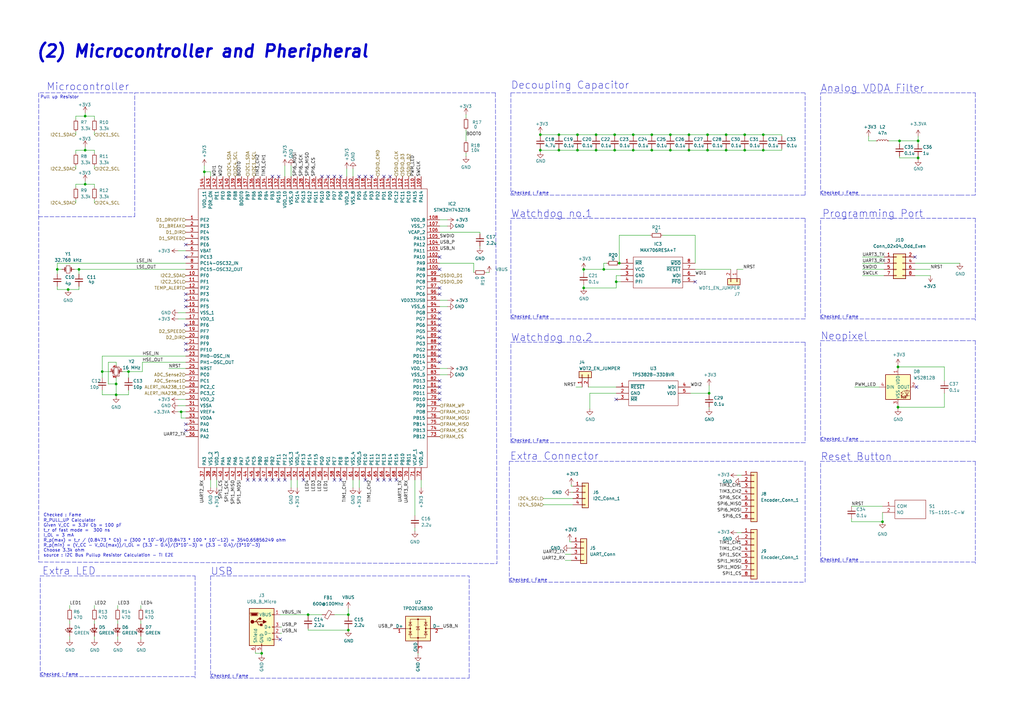
<source format=kicad_sch>
(kicad_sch (version 20211123) (generator eeschema)
  (paper "A3")
  (title_block (title "Power") (date "2021-12-27") (rev "REV1") (company "FIBO") (comment 2 "Design By Kittitouch Lelapiyamit"))
  (junction (at 236.855 61.595))
  (junction (at 244.475 61.595))
  (junction (at 267.335 55.245))
  (junction (at 142.875 258.445))
  (junction (at 34.925 47.625))
  (junction (at 282.575 55.245))
  (junction (at 236.855 55.245))
  (junction (at 274.955 55.245))
  (junction (at 244.475 55.245))
  (junction (at 142.875 252.095))
  (junction (at 252.095 55.245))
  (junction (at 252.73 115.57))
  (junction (at 297.815 61.595))
  (junction (at 41.91 152.4))
  (junction (at 47.625 161.925))
  (junction (at 229.235 55.245))
  (junction (at 297.815 55.245))
  (junction (at 254 107.95))
  (junction (at 376.555 57.785))
  (junction (at 368.935 57.785))
  (junction (at 259.715 61.595))
  (junction (at 247.65 110.49))
  (junction (at 221.615 61.595))
  (junction (at 47.625 157.48))
  (junction (at 239.395 110.49))
  (junction (at 305.435 61.595))
  (junction (at 274.955 61.595))
  (junction (at 252.095 61.595))
  (junction (at 32.385 110.49))
  (junction (at 221.615 55.245))
  (junction (at 74.295 168.91))
  (junction (at 83.82 70.485))
  (junction (at 34.925 75.565))
  (junction (at 368.3 150.495))
  (junction (at 368.3 167.005))
  (junction (at 290.195 55.245))
  (junction (at 239.395 118.11))
  (junction (at 259.715 55.245))
  (junction (at 27.94 118.745))
  (junction (at 229.235 61.595))
  (junction (at 282.575 61.595))
  (junction (at 290.195 61.595))
  (junction (at 52.705 152.4))
  (junction (at 290.83 161.29))
  (junction (at 376.555 64.77))
  (junction (at 34.925 61.595))
  (junction (at 267.335 61.595))
  (junction (at 126.365 252.095))
  (junction (at 305.435 55.245))
  (junction (at 313.055 55.245))
  (junction (at 361.95 213.995))
  (junction (at 313.055 61.595))
  (junction (at 107.315 267.97))
  (junction (at 23.495 110.49))
  (no_connect (at 152.4 72.39))
  (no_connect (at 180.34 110.49))
  (no_connect (at 180.34 140.97))
  (no_connect (at 180.34 143.51))
  (no_connect (at 134.62 72.39))
  (no_connect (at 137.16 72.39))
  (no_connect (at 285.115 115.57))
  (no_connect (at 76.2 176.53))
  (no_connect (at 116.84 196.85))
  (no_connect (at 114.935 262.255))
  (no_connect (at 180.34 161.29))
  (no_connect (at 180.34 128.27))
  (no_connect (at 147.32 72.39))
  (no_connect (at 76.2 133.35))
  (no_connect (at 137.16 196.85))
  (no_connect (at 139.7 72.39))
  (no_connect (at 76.2 100.33))
  (no_connect (at 180.34 118.11))
  (no_connect (at 76.2 143.51))
  (no_connect (at 101.6 196.85))
  (no_connect (at 180.34 148.59))
  (no_connect (at 111.76 196.85))
  (no_connect (at 106.68 196.85))
  (no_connect (at 104.14 196.85))
  (no_connect (at 114.3 72.39))
  (no_connect (at 180.34 138.43))
  (no_connect (at 180.34 105.41))
  (no_connect (at 154.94 196.85))
  (no_connect (at 139.7 196.85))
  (no_connect (at 180.34 146.05))
  (no_connect (at 149.86 72.39))
  (no_connect (at 180.34 120.65))
  (no_connect (at 109.22 196.85))
  (no_connect (at 180.34 130.81))
  (no_connect (at 180.34 163.83))
  (no_connect (at 252.73 163.83))
  (no_connect (at 162.56 196.85))
  (no_connect (at 76.2 125.73))
  (no_connect (at 114.3 196.85))
  (no_connect (at 76.2 123.19))
  (no_connect (at 157.48 72.39))
  (no_connect (at 375.285 105.41))
  (no_connect (at 124.46 196.85))
  (no_connect (at 180.34 135.89))
  (no_connect (at 76.2 120.65))
  (no_connect (at 111.76 72.39))
  (no_connect (at 180.34 158.75))
  (no_connect (at 76.2 173.99))
  (no_connect (at 76.2 105.41))
  (no_connect (at 180.34 133.35))
  (no_connect (at 160.02 196.85))
  (no_connect (at 160.02 72.39))
  (no_connect (at 180.34 156.21))
  (no_connect (at 375.92 158.75))
  (no_connect (at 76.2 140.97))
  (no_connect (at 132.08 72.39))
  (no_connect (at 157.48 196.85))
  (no_connect (at 149.86 196.85))
  (wire (pts (xy 368.3 149.86) (xy 368.3 150.495)))
  (wire (pts (xy 236.855 55.245) (xy 236.855 55.88)))
  (wire (pts (xy 305.435 61.595) (xy 313.055 61.595)))
  (wire (pts (xy 254 96.52) (xy 266.7 96.52)))
  (wire (pts (xy 58.42 148.59) (xy 58.42 152.4)))
  (wire (pts (xy 233.68 224.79) (xy 234.315 224.79)))
  (wire (pts (xy 104.775 267.335) (xy 104.775 267.97)))
  (wire (pts (xy 252.095 60.96) (xy 252.095 61.595)))
  (wire (pts (xy 368.3 150.495) (xy 368.3 151.13)))
  (wire (pts (xy 144.78 200.025) (xy 144.78 196.85)))
  (wire (pts (xy 349.25 213.995) (xy 361.95 213.995)))
  (wire (pts (xy 142.875 258.445) (xy 126.365 258.445)))
  (wire (pts (xy 73.025 130.81) (xy 76.2 130.81)))
  (polyline (pts (xy 400.05 114.935) (xy 400.05 131.445)))
  (wire (pts (xy 221.615 60.96) (xy 221.615 61.595)))
  (wire (pts (xy 252.73 118.11) (xy 239.395 118.11)))
  (wire (pts (xy 239.395 116.84) (xy 239.395 118.11)))
  (wire (pts (xy 241.3 158.75) (xy 252.73 158.75)))
  (wire (pts (xy 41.91 160.02) (xy 41.91 161.925)))
  (polyline (pts (xy 330.2 130.81) (xy 209.55 130.81)))
  (wire (pts (xy 32.385 110.49) (xy 32.385 112.395)))
  (wire (pts (xy 356.235 55.88) (xy 356.235 57.785)))
  (wire (pts (xy 88.9 200.025) (xy 88.9 196.85)))
  (polyline (pts (xy 400.05 139.7) (xy 400.05 165.1)))
  (polyline (pts (xy 394.335 89.535) (xy 400.05 89.535)))
  (wire (pts (xy 221.615 61.595) (xy 229.235 61.595)))
  (wire (pts (xy 304.8 110.49) (xy 302.26 110.49)))
  (wire (pts (xy 376.555 64.77) (xy 376.555 65.405)))
  (wire (pts (xy 183.515 123.19) (xy 180.34 123.19)))
  (wire (pts (xy 52.705 152.4) (xy 58.42 152.4)))
  (wire (pts (xy 57.785 249.555) (xy 57.785 248.285)))
  (wire (pts (xy 244.475 55.245) (xy 252.095 55.245)))
  (wire (pts (xy 74.295 168.91) (xy 76.2 168.91)))
  (polyline (pts (xy 400.05 130.81) (xy 336.55 130.81)))
  (wire (pts (xy 305.435 55.245) (xy 305.435 55.88)))
  (wire (pts (xy 247.65 107.95) (xy 248.92 107.95)))
  (wire (pts (xy 57.785 262.255) (xy 57.785 260.985)))
  (polyline (pts (xy 400.05 89.535) (xy 400.05 114.935)))
  (wire (pts (xy 387.35 161.29) (xy 387.35 167.005)))
  (wire (pts (xy 320.675 55.245) (xy 320.675 55.88)))
  (wire (pts (xy 285.115 110.49) (xy 299.72 110.49)))
  (wire (pts (xy 41.91 152.4) (xy 41.91 146.05)))
  (wire (pts (xy 313.055 60.96) (xy 313.055 61.595)))
  (polyline (pts (xy 330.2 89.535) (xy 330.2 130.81)))
  (wire (pts (xy 274.955 55.245) (xy 274.955 55.88)))
  (wire (pts (xy 353.695 110.49) (xy 362.585 110.49)))
  (wire (pts (xy 104.775 267.97) (xy 107.315 267.97)))
  (polyline (pts (xy 400.05 189.23) (xy 400.05 214.63)))
  (wire (pts (xy 183.515 153.67) (xy 180.34 153.67)))
  (wire (pts (xy 73.025 128.27) (xy 76.2 128.27)))
  (wire (pts (xy 83.82 70.485) (xy 83.82 72.39)))
  (wire (pts (xy 360.68 158.75) (xy 350.52 158.75)))
  (wire (pts (xy 252.73 115.57) (xy 252.73 118.11)))
  (wire (pts (xy 229.235 61.595) (xy 236.855 61.595)))
  (wire (pts (xy 170.18 196.85) (xy 170.18 211.455)))
  (polyline (pts (xy 15.875 38.1) (xy 15.875 230.505)))
  (wire (pts (xy 23.495 110.49) (xy 23.495 107.95)))
  (wire (pts (xy 23.495 112.395) (xy 23.495 110.49)))
  (wire (pts (xy 38.735 62.865) (xy 38.735 61.595)))
  (wire (pts (xy 236.855 60.96) (xy 236.855 61.595)))
  (wire (pts (xy 290.83 158.115) (xy 290.83 161.29)))
  (wire (pts (xy 38.735 61.595) (xy 34.925 61.595)))
  (wire (pts (xy 38.735 75.565) (xy 34.925 75.565)))
  (polyline (pts (xy 55.245 88.9) (xy 55.245 38.1)))
  (wire (pts (xy 290.195 55.245) (xy 290.195 55.88)))
  (polyline (pts (xy 209.55 181.61) (xy 209.55 140.335)))
  (wire (pts (xy 361.95 210.185) (xy 361.95 213.995)))
  (wire (pts (xy 57.785 255.905) (xy 57.785 254.635)))
  (wire (pts (xy 38.735 83.185) (xy 38.735 81.915)))
  (wire (pts (xy 241.935 161.29) (xy 252.73 161.29)))
  (wire (pts (xy 38.735 262.255) (xy 38.735 260.985)))
  (wire (pts (xy 236.855 55.245) (xy 244.475 55.245)))
  (wire (pts (xy 47.625 161.925) (xy 52.705 161.925)))
  (wire (pts (xy 282.575 55.245) (xy 290.195 55.245)))
  (wire (pts (xy 368.935 57.785) (xy 376.555 57.785)))
  (wire (pts (xy 231.775 227.33) (xy 234.315 227.33)))
  (wire (pts (xy 48.26 262.255) (xy 48.26 260.985)))
  (wire (pts (xy 47.625 157.48) (xy 44.45 157.48)))
  (wire (pts (xy 44.45 157.48) (xy 44.45 148.59)))
  (wire (pts (xy 183.515 92.71) (xy 180.34 92.71)))
  (wire (pts (xy 52.705 161.925) (xy 52.705 160.02)))
  (wire (pts (xy 191.135 46.99) (xy 191.135 48.26)))
  (wire (pts (xy 290.195 55.245) (xy 297.815 55.245)))
  (polyline (pts (xy 400.05 63.5) (xy 400.05 80.01)))
  (wire (pts (xy 274.955 60.96) (xy 274.955 61.595)))
  (wire (pts (xy 274.955 55.245) (xy 282.575 55.245)))
  (wire (pts (xy 41.91 154.94) (xy 41.91 152.4)))
  (wire (pts (xy 38.735 255.905) (xy 38.735 254.635)))
  (wire (pts (xy 364.49 57.785) (xy 368.935 57.785)))
  (wire (pts (xy 353.695 105.41) (xy 362.585 105.41)))
  (wire (pts (xy 76.2 148.59) (xy 58.42 148.59)))
  (wire (pts (xy 73.025 166.37) (xy 76.2 166.37)))
  (wire (pts (xy 381.635 110.49) (xy 375.285 110.49)))
  (wire (pts (xy 28.575 262.255) (xy 28.575 260.985)))
  (wire (pts (xy 107.315 267.97) (xy 107.315 268.605)))
  (wire (pts (xy 31.115 69.215) (xy 31.115 67.945)))
  (polyline (pts (xy 336.55 230.505) (xy 336.55 189.23)))
  (wire (pts (xy 247.65 110.49) (xy 254.635 110.49)))
  (wire (pts (xy 34.925 75.565) (xy 34.925 74.295)))
  (polyline (pts (xy 209.55 130.81) (xy 209.55 89.535)))
  (wire (pts (xy 30.48 110.49) (xy 32.385 110.49)))
  (wire (pts (xy 31.115 47.625) (xy 34.925 47.625)))
  (polyline (pts (xy 330.2 189.23) (xy 330.2 238.76)))
  (wire (pts (xy 73.025 102.87) (xy 76.2 102.87)))
  (wire (pts (xy 126.365 252.095) (xy 132.08 252.095)))
  (wire (pts (xy 47.625 148.59) (xy 47.625 149.86)))
  (wire (pts (xy 38.735 76.835) (xy 38.735 75.565)))
  (wire (pts (xy 297.815 55.245) (xy 297.815 55.88)))
  (wire (pts (xy 241.935 161.29) (xy 241.935 167.64)))
  (wire (pts (xy 194.31 107.95) (xy 194.31 111.76)))
  (wire (pts (xy 86.36 72.39) (xy 86.36 70.485)))
  (wire (pts (xy 362.585 113.03) (xy 353.695 113.03)))
  (wire (pts (xy 252.095 61.595) (xy 259.715 61.595)))
  (wire (pts (xy 119.38 200.025) (xy 119.38 196.85)))
  (wire (pts (xy 115.57 257.175) (xy 114.935 257.175)))
  (wire (pts (xy 297.815 61.595) (xy 305.435 61.595)))
  (polyline (pts (xy 400.05 214.63) (xy 400.05 231.14)))
  (wire (pts (xy 38.735 69.215) (xy 38.735 67.945)))
  (wire (pts (xy 229.235 55.245) (xy 229.235 55.88)))
  (wire (pts (xy 259.715 55.245) (xy 259.715 55.88)))
  (wire (pts (xy 259.715 61.595) (xy 267.335 61.595)))
  (wire (pts (xy 137.16 252.095) (xy 142.875 252.095)))
  (polyline (pts (xy 86.36 278.13) (xy 192.405 278.13)))
  (wire (pts (xy 170.18 216.535) (xy 170.18 217.805)))
  (wire (pts (xy 282.575 55.245) (xy 282.575 55.88)))
  (polyline (pts (xy 337.185 38.1) (xy 394.335 38.1)))
  (wire (pts (xy 349.25 207.645) (xy 361.95 207.645)))
  (wire (pts (xy 305.435 55.245) (xy 313.055 55.245)))
  (polyline (pts (xy 336.55 130.81) (xy 336.55 89.535)))
  (polyline (pts (xy 208.915 189.23) (xy 329.565 189.23)))
  (wire (pts (xy 83.82 67.945) (xy 83.82 70.485)))
  (wire (pts (xy 38.735 47.625) (xy 34.925 47.625)))
  (polyline (pts (xy 400.05 165.1) (xy 400.05 181.61)))
  (wire (pts (xy 142.875 252.73) (xy 142.875 252.095)))
  (wire (pts (xy 172.72 200.025) (xy 172.72 196.85)))
  (wire (pts (xy 290.83 167.005) (xy 290.83 167.64)))
  (wire (pts (xy 290.195 61.595) (xy 297.815 61.595)))
  (wire (pts (xy 229.235 55.245) (xy 236.855 55.245)))
  (wire (pts (xy 302.26 194.945) (xy 304.165 194.945)))
  (wire (pts (xy 244.475 61.595) (xy 252.095 61.595)))
  (wire (pts (xy 376.555 55.88) (xy 376.555 57.785)))
  (wire (pts (xy 31.115 75.565) (xy 34.925 75.565)))
  (wire (pts (xy 31.115 61.595) (xy 34.925 61.595)))
  (wire (pts (xy 50.165 152.4) (xy 52.705 152.4)))
  (wire (pts (xy 285.115 96.52) (xy 285.115 107.95)))
  (wire (pts (xy 116.84 67.945) (xy 116.84 72.39)))
  (wire (pts (xy 282.575 61.595) (xy 290.195 61.595)))
  (polyline (pts (xy 74.295 236.22) (xy 80.01 236.22)))
  (wire (pts (xy 34.925 47.625) (xy 34.925 46.355)))
  (wire (pts (xy 183.515 125.73) (xy 180.34 125.73)))
  (wire (pts (xy 368.3 167.005) (xy 368.3 166.37)))
  (wire (pts (xy 180.34 95.25) (xy 196.85 95.25)))
  (wire (pts (xy 126.365 252.73) (xy 126.365 252.095)))
  (polyline (pts (xy 336.55 38.1) (xy 337.185 38.1)))
  (wire (pts (xy 32.385 117.475) (xy 32.385 118.745)))
  (polyline (pts (xy 16.51 236.22) (xy 74.295 236.22)))
  (wire (pts (xy 183.515 90.17) (xy 180.34 90.17)))
  (wire (pts (xy 313.055 55.245) (xy 320.675 55.245)))
  (wire (pts (xy 222.885 204.47) (xy 234.95 204.47)))
  (wire (pts (xy 52.705 152.4) (xy 52.705 154.94)))
  (wire (pts (xy 349.25 212.725) (xy 349.25 213.995)))
  (wire (pts (xy 41.91 152.4) (xy 45.085 152.4)))
  (wire (pts (xy 76.2 171.45) (xy 74.295 171.45)))
  (wire (pts (xy 47.625 154.94) (xy 47.625 157.48)))
  (wire (pts (xy 73.025 168.91) (xy 74.295 168.91)))
  (wire (pts (xy 234.315 222.25) (xy 233.68 222.25)))
  (wire (pts (xy 121.92 200.025) (xy 121.92 196.85)))
  (wire (pts (xy 41.91 161.925) (xy 47.625 161.925)))
  (wire (pts (xy 239.395 110.49) (xy 247.65 110.49)))
  (wire (pts (xy 221.615 55.245) (xy 229.235 55.245)))
  (wire (pts (xy 236.855 61.595) (xy 244.475 61.595)))
  (polyline (pts (xy 336.55 189.23) (xy 394.335 189.23)))
  (polyline (pts (xy 209.55 38.1) (xy 330.2 38.1)))
  (wire (pts (xy 239.395 110.49) (xy 239.395 111.76)))
  (wire (pts (xy 282.575 60.96) (xy 282.575 61.595)))
  (wire (pts (xy 252.73 113.03) (xy 252.73 115.57)))
  (wire (pts (xy 283.21 161.29) (xy 290.83 161.29)))
  (wire (pts (xy 48.26 249.555) (xy 48.26 248.285)))
  (wire (pts (xy 368.935 57.785) (xy 368.935 59.055)))
  (wire (pts (xy 221.615 54.61) (xy 221.615 55.245)))
  (wire (pts (xy 48.26 255.905) (xy 48.26 254.635)))
  (polyline (pts (xy 330.2 140.335) (xy 330.2 181.61)))
  (wire (pts (xy 196.85 95.25) (xy 196.85 95.885)))
  (wire (pts (xy 234.315 198.755) (xy 234.315 199.39)))
  (wire (pts (xy 375.285 107.95) (xy 393.7 107.95)))
  (wire (pts (xy 376.555 64.77) (xy 368.935 64.77)))
  (wire (pts (xy 183.515 151.13) (xy 180.34 151.13)))
  (polyline (pts (xy 400.05 80.01) (xy 393.7 80.01)))
  (wire (pts (xy 31.115 55.245) (xy 31.115 53.975)))
  (polyline (pts (xy 203.2 38.1) (xy 15.875 38.1)))
  (wire (pts (xy 115.57 259.715) (xy 114.935 259.715)))
  (wire (pts (xy 267.335 55.245) (xy 274.955 55.245)))
  (wire (pts (xy 252.095 55.245) (xy 252.095 55.88)))
  (wire (pts (xy 229.235 60.96) (xy 229.235 61.595)))
  (wire (pts (xy 73.025 163.83) (xy 76.2 163.83)))
  (wire (pts (xy 233.68 221.615) (xy 233.68 222.25)))
  (wire (pts (xy 23.495 117.475) (xy 23.495 118.745)))
  (wire (pts (xy 297.815 55.245) (xy 305.435 55.245)))
  (polyline (pts (xy 80.01 236.22) (xy 80.01 261.62)))
  (wire (pts (xy 356.235 57.785) (xy 359.41 57.785)))
  (wire (pts (xy 74.295 171.45) (xy 74.295 168.91)))
  (wire (pts (xy 47.625 161.925) (xy 47.625 162.56)))
  (wire (pts (xy 126.365 258.445) (xy 126.365 257.81)))
  (wire (pts (xy 271.78 96.52) (xy 285.115 96.52)))
  (wire (pts (xy 31.115 76.835) (xy 31.115 75.565)))
  (wire (pts (xy 28.575 255.905) (xy 28.575 254.635)))
  (wire (pts (xy 313.055 61.595) (xy 320.675 61.595)))
  (wire (pts (xy 107.315 267.335) (xy 107.315 267.97)))
  (wire (pts (xy 86.36 70.485) (xy 83.82 70.485)))
  (polyline (pts (xy 330.2 80.01) (xy 330.2 38.1)))
  (wire (pts (xy 23.495 107.95) (xy 76.2 107.95)))
  (wire (pts (xy 259.715 55.245) (xy 267.335 55.245)))
  (wire (pts (xy 38.735 55.245) (xy 38.735 53.975)))
  (wire (pts (xy 387.35 167.005) (xy 368.3 167.005)))
  (polyline (pts (xy 336.55 180.975) (xy 336.55 139.7)))
  (wire (pts (xy 234.315 201.93) (xy 234.95 201.93)))
  (polyline (pts (xy 400.05 38.1) (xy 400.05 63.5)))
  (wire (pts (xy 313.055 55.245) (xy 313.055 55.88)))
  (wire (pts (xy 38.735 48.895) (xy 38.735 47.625)))
  (wire (pts (xy 231.775 229.87) (xy 234.315 229.87)))
  (polyline (pts (xy 400.05 180.975) (xy 336.55 180.975)))
  (wire (pts (xy 191.135 53.34) (xy 191.135 57.785)))
  (wire (pts (xy 76.2 110.49) (xy 32.385 110.49)))
  (wire (pts (xy 86.36 200.025) (xy 86.36 196.85)))
  (wire (pts (xy 254.635 113.03) (xy 252.73 113.03)))
  (polyline (pts (xy 209.55 89.535) (xy 330.2 89.535)))
  (polyline (pts (xy 80.01 261.62) (xy 80.01 278.13)))
  (polyline (pts (xy 330.2 181.61) (xy 209.55 181.61)))
  (polyline (pts (xy 16.51 277.495) (xy 16.51 236.22)))
  (wire (pts (xy 244.475 60.96) (xy 244.475 61.595)))
  (wire (pts (xy 267.335 55.245) (xy 267.335 55.88)))
  (polyline (pts (xy 329.565 238.76) (xy 208.915 238.76)))
  (wire (pts (xy 142.875 257.81) (xy 142.875 258.445)))
  (polyline (pts (xy 394.335 139.7) (xy 400.05 139.7)))
  (wire (pts (xy 376.555 64.135) (xy 376.555 64.77)))
  (wire (pts (xy 119.38 67.945) (xy 119.38 72.39)))
  (wire (pts (xy 222.885 207.01) (xy 234.95 207.01)))
  (polyline (pts (xy 192.405 278.13) (xy 192.405 236.22)))
  (polyline (pts (xy 336.55 89.535) (xy 394.335 89.535)))
  (wire (pts (xy 34.925 61.595) (xy 34.925 60.325)))
  (polyline (pts (xy 86.36 236.22) (xy 86.36 278.13)))
  (wire (pts (xy 147.32 200.025) (xy 147.32 196.85)))
  (wire (pts (xy 191.135 62.865) (xy 191.135 64.135)))
  (wire (pts (xy 31.115 48.895) (xy 31.115 47.625)))
  (polyline (pts (xy 80.01 277.495) (xy 16.51 277.495)))
  (polyline (pts (xy 209.55 80.01) (xy 330.2 80.01)))
  (polyline (pts (xy 15.875 88.9) (xy 55.245 88.9)))
  (wire (pts (xy 305.435 60.96) (xy 305.435 61.595)))
  (wire (pts (xy 180.34 107.95) (xy 194.31 107.95)))
  (wire (pts (xy 31.115 83.185) (xy 31.115 81.915)))
  (wire (pts (xy 44.45 148.59) (xy 47.625 148.59)))
  (wire (pts (xy 267.335 60.96) (xy 267.335 61.595)))
  (wire (pts (xy 221.615 61.595) (xy 221.615 62.23)))
  (wire (pts (xy 238.76 158.75) (xy 236.22 158.75)))
  (wire (pts (xy 297.815 60.96) (xy 297.815 61.595)))
  (wire (pts (xy 38.735 249.555) (xy 38.735 248.285)))
  (wire (pts (xy 387.35 150.495) (xy 387.35 156.21)))
  (wire (pts (xy 144.78 69.215) (xy 144.78 72.39)))
  (wire (pts (xy 362.585 107.95) (xy 353.695 107.95)))
  (wire (pts (xy 376.555 57.785) (xy 376.555 59.055)))
  (wire (pts (xy 368.935 64.77) (xy 368.935 64.135)))
  (wire (pts (xy 368.3 150.495) (xy 387.35 150.495)))
  (wire (pts (xy 142.875 249.555) (xy 142.875 252.095)))
  (polyline (pts (xy 336.55 139.7) (xy 394.335 139.7)))
  (wire (pts (xy 28.575 249.555) (xy 28.575 248.285)))
  (wire (pts (xy 254 107.95) (xy 254 96.52)))
  (wire (pts (xy 368.3 167.64) (xy 368.3 167.005)))
  (wire (pts (xy 32.385 118.745) (xy 27.94 118.745)))
  (wire (pts (xy 252.095 55.245) (xy 259.715 55.245)))
  (polyline (pts (xy 15.875 230.505) (xy 203.835 231.14)))
  (wire (pts (xy 31.115 62.865) (xy 31.115 61.595)))
  (polyline (pts (xy 208.915 238.76) (xy 208.915 189.23)))
  (wire (pts (xy 320.675 61.595) (xy 320.675 60.96)))
  (wire (pts (xy 171.45 268.605) (xy 171.45 267.97)))
  (polyline (pts (xy 209.55 38.1) (xy 209.55 80.01)))
  (wire (pts (xy 142.24 69.215) (xy 142.24 72.39)))
  (wire (pts (xy 247.65 110.49) (xy 247.65 107.95)))
  (polyline (pts (xy 86.36 236.22) (xy 192.405 236.22)))
  (wire (pts (xy 114.935 252.095) (xy 126.365 252.095)))
  (wire (pts (xy 259.715 60.96) (xy 259.715 61.595)))
  (wire (pts (xy 234.95 199.39) (xy 234.315 199.39)))
  (wire (pts (xy 196.85 100.965) (xy 196.85 101.6)))
  (wire (pts (xy 267.335 61.595) (xy 274.955 61.595)))
  (wire (pts (xy 47.625 157.48) (xy 47.625 161.925)))
  (polyline (pts (xy 336.55 80.01) (xy 336.55 38.1)))
  (wire (pts (xy 221.615 55.245) (xy 221.615 55.88)))
  (wire (pts (xy 244.475 55.245) (xy 244.475 55.88)))
  (polyline (pts (xy 400.05 230.505) (xy 336.55 230.505)))
  (wire (pts (xy 290.195 60.96) (xy 290.195 61.595)))
  (wire (pts (xy 199.39 111.76) (xy 200.66 111.76)))
  (wire (pts (xy 302.26 218.44) (xy 304.165 218.44)))
  (wire (pts (xy 381.635 113.03) (xy 375.285 113.03)))
  (wire (pts (xy 23.495 118.745) (xy 27.94 118.745)))
  (wire (pts (xy 41.91 146.05) (xy 76.2 146.05)))
  (wire (pts (xy 254 107.95) (xy 254.635 107.95)))
  (polyline (pts (xy 209.55 140.335) (xy 330.2 140.335)))
  (polyline (pts (xy 394.335 189.23) (xy 400.05 189.23)))
  (polyline (pts (xy 394.335 38.1) (xy 400.05 38.1)))
  (wire (pts (xy 252.73 115.57) (xy 254.635 115.57)))
  (wire (pts (xy 23.495 110.49) (xy 25.4 110.49)))
  (wire (pts (xy 274.955 61.595) (xy 282.575 61.595)))
  (polyline (pts (xy 393.7 80.01) (xy 336.55 80.01)))
  (wire (pts (xy 290.83 161.29) (xy 290.83 161.925)))
  (wire (pts (xy 69.215 151.13) (xy 76.2 151.13)))
  (polyline (pts (xy 203.2 38.1) (xy 203.835 231.14)))
  (text "Checked : Fame\n" (at 16.51 277.495 0) (effects (font (size 1.27 1.27)) (justify left bottom)))
  (text "Neopixel" (at 336.55 139.7 0) (effects (font (size 3 3)) (justify left bottom)))
  (text "USB\n" (at 86.36 236.22 0) (effects (font (size 3 3)) (justify left bottom)))
  (text "Microcontroller\n" (at 19.05 37.465 0) (effects (font (size 3 3)) (justify left bottom)))
  (text "Watchdog no.2" (at 209.55 140.335 0) (effects (font (size 3 3)) (justify left bottom)))
  (text "Extra LED\n" (at 17.272 236.093 0) (effects (font (size 3 3)) (justify left bottom)))
  (text "Checked : Fame\n" (at 336.55 80.01 0) (effects (font (size 1.27 1.27)) (justify left bottom)))
  (text "Analog VDDA Filter" (at 336.55 38.1 0) (effects (font (size 3 3)) (justify left bottom)))
  (text "Watchdog no.1" (at 209.55 89.535 0) (effects (font (size 3 3)) (justify left bottom)))
  (text "Checked : Fame\n" (at 208.915 238.76 0) (effects (font (size 1.27 1.27)) (justify left bottom)))
  (text "R_PULL_UP Calculator\nGiven V_CC = 3.3V Cb = 100 pF\nt_r of fast mode =  300 ns\nI_OL = 3 mA\nR_p(max) = t_r / (0.8473 * Cb) = (300 * 10^-9)/(0.8473 * 100 * 10^-12) = 3540.65856249 ohm\nR_p(min) = (V_CC - V_OL(max))/I_OL = (3.3 - 0.4)/(3*10^-3) = (3.3 - 0.4)/(3*10^-3)\nChoose 3.3k ohm\nsource : I2C Bus Pullup Resistor Calculation - TI E2E" (at 17.78 228.6 0) (effects (font (size 1.27 1.27)) (justify left bottom)))
  (text "Reset Button\n" (at 336.55 189.23 0) (effects (font (size 3 3)) (justify left bottom)))
  (text "Pull up Resistor\n" (at 16.51 40.64 0) (effects (font (size 1.27 1.27)) (justify left bottom)))
  (text "Checked : Fame\n" (at 336.55 180.975 0) (effects (font (size 1.27 1.27)) (justify left bottom)))
  (text "Checked : Fame\n" (at 86.36 278.13 0) (effects (font (size 1.27 1.27)) (justify left bottom)))
  (text "Checked : Fame\n" (at 209.55 181.61 0) (effects (font (size 1.27 1.27)) (justify left bottom)))
  (text "Programming Port" (at 337.185 89.535 0) (effects (font (size 3 3)) (justify left bottom)))
  (text "Decoupling Capacitor\n" (at 209.55 36.83 0) (effects (font (size 3 3)) (justify left bottom)))
  (text "Checked : Fame\n" (at 336.55 130.81 0) (effects (font (size 1.27 1.27)) (justify left bottom)))
  (text "(2) Microcontroller and Pheripheral" (at 14.605 24.13 0) (effects (font (size 5 5) (thickness 1) bold italic) (justify left bottom)))
  (text "Extra Connector" (at 209.169 188.976 0) (effects (font (size 3 3)) (justify left bottom)))
  (text "Checked : Fame\n" (at 336.55 230.505 0) (effects (font (size 1.27 1.27)) (justify left bottom)))
  (text "Checked : Fame\n" (at 209.55 130.81 0) (effects (font (size 1.27 1.27)) (justify left bottom)))
  (text "Checked : Fame\n" (at 209.55 80.01 0) (effects (font (size 1.27 1.27)) (justify left bottom)))
  (text "Checked : Fame\n" (at 17.78 212.09 0) (effects (font (size 1.27 1.27)) (justify left bottom)))
  (label "LSE_IN" (at 55.88 107.95 0))
  (label "UART3_TX" (at 165.1 196.85 270))
  (label "SPI1_CS" (at 91.44 196.85 270))
  (label "BOOT0" (at 191.135 55.88 0))
  (label "SWCLK" (at 172.72 72.39 90))
  (label "SPI6_SCK" (at 124.46 72.39 90))
  (label "USB_P" (at 115.57 257.175 0))
  (label "UART2_TX" (at 76.2 179.07 180))
  (label "SWDIO" (at 353.695 110.49 0))
  (label "TIM1_CH1" (at 304.165 223.52 180))
  (label "UART3_TX" (at 353.695 105.41 0))
  (label "TIM3_CH1" (at 109.22 72.39 90))
  (label "WDI1" (at 88.9 72.39 90))
  (label "SPI6_CS" (at 304.165 212.725 180))
  (label "UART2_RX" (at 231.775 229.87 180))
  (label "WDI2" (at 283.21 158.75 0))
  (label "USB_N" (at 181.61 257.81 0))
  (label "SPI1_MOSI" (at 99.06 196.85 270))
  (label "TIM1_CH1" (at 142.24 196.85 270))
  (label "SPI1_SCK" (at 93.98 196.85 270))
  (label "SPI1_SCK" (at 304.165 228.6 180))
  (label "SPI1_CS" (at 304.165 236.22 180))
  (label "WDI1" (at 285.115 113.03 0))
  (label "SPI6_MISO" (at 127 72.39 90))
  (label "NRST" (at 304.8 110.49 0))
  (label "TIM1_CH2" (at 152.4 196.85 270))
  (label "LED1" (at 134.62 196.85 270))
  (label "UART3_RX" (at 353.695 107.95 0))
  (label "SPI1_MOSI" (at 304.165 233.68 180))
  (label "SWDIO" (at 180.34 97.79 0))
  (label "PWM_LED" (at 170.18 72.39 90))
  (label "USB_P" (at 180.34 100.33 0))
  (label "LSE_OUT" (at 55.88 110.49 0))
  (label "LED4" (at 127 196.85 270))
  (label "UART2_RX" (at 83.82 196.85 270))
  (label "NRST" (at 349.25 207.645 0))
  (label "NRST" (at 381.635 110.49 0))
  (label "LED3" (at 48.26 248.285 0))
  (label "SWCLK" (at 353.695 113.03 0))
  (label "LED2" (at 38.735 248.285 0))
  (label "SPI6_MISO" (at 304.165 207.645 180))
  (label "BOOT0" (at 99.06 72.39 90))
  (label "SPI6_MOSI" (at 304.165 210.185 180))
  (label "HSE_OUT" (at 58.42 148.59 0))
  (label "UART2_TX" (at 231.775 227.33 180))
  (label "LED4" (at 57.785 248.285 0))
  (label "USB_N" (at 180.34 102.87 0))
  (label "TIM3_CH2" (at 304.165 202.565 180))
  (label "SPI6_CS" (at 129.54 72.39 90))
  (label "SPI1_MISO" (at 304.165 231.14 180))
  (label "USB_N" (at 115.57 259.715 0))
  (label "NRST" (at 69.215 151.13 0))
  (label "TIM3_CH1" (at 304.165 200.025 180))
  (label "NRST" (at 236.22 158.75 180))
  (label "LED3" (at 129.54 196.85 270))
  (label "TIM1_CH2" (at 304.165 226.06 180))
  (label "LED1" (at 28.575 248.285 0))
  (label "LED2" (at 132.08 196.85 270))
  (label "SPI6_SCK" (at 304.165 205.105 180))
  (label "SPI6_MOSI" (at 121.92 72.39 90))
  (label "USB_P" (at 161.29 257.81 180))
  (label "VBUS_IN" (at 115.57 252.095 0))
  (label "TIM3_CH2" (at 106.68 72.39 90))
  (label "PWM_LED" (at 350.52 158.75 0))
  (label "SPI1_MISO" (at 96.52 196.85 270))
  (label "UART3_RX" (at 167.64 196.85 270))
  (label "HSE_IN" (at 58.42 146.05 0))
  (label "WDI2" (at 91.44 72.39 90))
  (hierarchical_label "FRAM_WP" (shape input) (at 180.34 166.37 0))
  (hierarchical_label "SDIO_CMD" (shape input) (at 154.94 72.39 90))
  (hierarchical_label "SDIO_D2" (shape input) (at 167.64 72.39 90))
  (hierarchical_label "ALERT_INA238_2" (shape input) (at 76.2 161.29 180))
  (hierarchical_label "TEMP_ALERT" (shape input) (at 76.2 118.11 180))
  (hierarchical_label "D2_SPEED" (shape input) (at 76.2 135.89 180))
  (hierarchical_label "SDIO_D1" (shape input) (at 180.34 113.03 0))
  (hierarchical_label "D1_DRVOFF" (shape input) (at 76.2 90.17 180))
  (hierarchical_label "D2_DIR" (shape input) (at 76.2 138.43 180))
  (hierarchical_label "I2C4_SDA" (shape input) (at 222.885 207.01 180))
  (hierarchical_label "ADC_Sense2" (shape input) (at 76.2 153.67 180))
  (hierarchical_label "I2C1_SCL" (shape input) (at 104.14 72.39 90))
  (hierarchical_label "I2C2_SDA" (shape input) (at 31.115 69.215 180))
  (hierarchical_label "FRAM_SCK" (shape input) (at 180.34 176.53 0))
  (hierarchical_label "FRAM_HOLD" (shape input) (at 180.34 168.91 0))
  (hierarchical_label "SDIO_D3" (shape input) (at 165.1 72.39 90))
  (hierarchical_label "FRAM_CS" (shape input) (at 180.34 179.07 0))
  (hierarchical_label "ALERT_INA238_1" (shape input) (at 76.2 158.75 180))
  (hierarchical_label "SDIO_D0" (shape input) (at 180.34 115.57 0))
  (hierarchical_label "I2C4_SDA" (shape input) (at 93.98 72.39 90))
  (hierarchical_label "I2C2_SDA" (shape input) (at 76.2 113.03 180))
  (hierarchical_label "I2C4_SCL" (shape input) (at 96.52 72.39 90))
  (hierarchical_label "FRAM_MOSI" (shape input) (at 180.34 171.45 0))
  (hierarchical_label "I2C2_SCL" (shape input) (at 38.735 69.215 0))
  (hierarchical_label "SDIO_CLK" (shape input) (at 162.56 72.39 90))
  (hierarchical_label "D1_BREAK" (shape input) (at 76.2 92.71 180))
  (hierarchical_label "I2C1_SCL" (shape input) (at 38.735 55.245 0))
  (hierarchical_label "I2C4_SDA" (shape input) (at 31.115 83.185 180))
  (hierarchical_label "FRAM_MISO" (shape input) (at 180.34 173.99 0))
  (hierarchical_label "I2C4_SCL" (shape input) (at 222.885 204.47 180))
  (hierarchical_label "ADC_Sense1" (shape input) (at 76.2 156.21 180))
  (hierarchical_label "I2C1_SDA" (shape input) (at 31.115 55.245 180))
  (hierarchical_label "I2C4_SCL" (shape input) (at 38.735 83.185 0))
  (hierarchical_label "D1_DIR" (shape input) (at 76.2 95.25 180))
  (hierarchical_label "I2C1_SDA" (shape input) (at 101.6 72.39 90))
  (hierarchical_label "I2C2_SCL" (shape input) (at 76.2 115.57 180))
  (hierarchical_label "D1_SPEED" (shape input) (at 76.2 97.79 180))
  (symbol (lib_id "power:GND") (at 73.025 128.27 270) (unit 1)
    (property "Reference" "#PWR026" (effects hide))
    (property "Value" "GND" (at 66.04 128.27 90) (effects (justify left)))
  )
  (symbol (lib_id "Device:C_Small") (at 313.055 58.42 0) (unit 1)
    (property "Reference" "C32" (at 314.96 57.15 0) (effects (justify left)))
    (property "Value" "0.1u" (at 314.96 59.69 0) (effects (justify left)))
    (property "Footprint" "Capacitor_SMD:C_0603_1608Metric_Pad1.08x0.95mm_HandSolder" (effects hide))
  )
  (symbol (lib_id "Device:Crystal_GND24_Small") (at 47.625 152.4 0) (unit 1)
    (property "Reference" "Y2" (at 53.975 148.2598 0))
    (property "Value" "16 MHz" (at 53.975 150.7998 0))
    (property "Footprint" "Crystal:Crystal_SMD_3225-4Pin_3.2x2.5mm" (effects hide))
  )
  (symbol (lib_id "power:+3.3V") (at 368.3 149.86 0) (unit 1)
    (property "Reference" "#PWR076" (effects hide))
    (property "Value" "+3.3V" (at 368.681 145.4658 0))
  )
  (symbol (lib_id "power:+3.3V") (at 234.315 198.755 0) (unit 1)
    (property "Reference" "#PWR063" (effects hide))
    (property "Value" "+3.3V" (at 234.696 194.3608 0))
  )
  (symbol (lib_id "Device:R_Small") (at 269.24 96.52 90) (unit 1)
    (property "Reference" "R21" (at 269.24 93.218 90))
    (property "Value" "0" (at 269.24 94.742 90))
    (property "Footprint" "Resistor_SMD:R_0603_1608Metric_Pad0.98x0.95mm_HandSolder" (effects hide))
  )
  (symbol (lib_id "power:GND") (at 38.735 262.255 0) (unit 1)
    (property "Reference" "#PWR021" (effects hide))
    (property "Value" "GND" (at 38.862 266.6492 0))
  )
  (symbol (lib_id "power:GND") (at 368.3 167.64 0) (unit 1)
    (property "Reference" "#PWR077" (effects hide))
    (property "Value" "GND" (at 368.427 172.0342 0))
  )
  (symbol (lib_id "Device:FerriteBead_Small") (at 134.62 252.095 90) (unit 1)
    (property "Reference" "FB1" (at 134.5819 245.11 90))
    (property "Value" "600@100Mhz" (at 134.5819 247.65 90))
    (property "Footprint" "Inductor_SMD:L_0603_1608Metric_Pad1.05x0.95mm_HandSolder" (effects hide))
  )
  (symbol (lib_id "TS-1101-C-W:TS-1101-C-W") (at 361.95 207.645 0) (unit 1)
    (property "Reference" "S1" (at 381 207.6449 0) (effects (justify left)))
    (property "Value" "TS-1101-C-W" (at 381 210.1849 0) (effects (justify left)))
    (property "Footprint" "TS-1101-C-W:TS1101CW" (effects hide))
    (property "Datasheet" "http://www.helloxkb.com/public/images/pdf/TS-1101-C-W-.pdf" (effects hide))
    (property "Description" "Tactile Switches SPST 6.00mm x 3.60mm 0.60mm 50mA @ 12VDC SMD RoHS" (effects hide))
    (property "Height" "2.6" (effects hide))
    (property "Manufacturer_Name" "XKB Connectivity" (effects hide))
    (property "Manufacturer_Part_Number" "TS-1101-C-W" (effects hide))
  )
  (symbol (lib_id "LED:WS2812B") (at 368.3 158.75 0) (unit 1)
    (property "Reference" "D8" (at 374.65 152.4 0) (effects (justify left)))
    (property "Value" "WS2812B" (at 374.65 154.94 0) (effects (justify left)))
    (property "Footprint" "LED_SMD:LED_WS2812B_PLCC4_5.0x5.0mm_P3.2mm" (effects hide))
    (property "Datasheet" "https://cdn-shop.adafruit.com/datasheets/WS2812B.pdf" (effects hide))
  )
  (symbol (lib_id "power:GND") (at 233.68 224.79 270) (unit 1)
    (property "Reference" "#PWR062" (effects hide))
    (property "Value" "GND" (at 229.87 224.7899 90) (effects (justify right)))
  )
  (symbol (lib_id "Power_Protection:TPD2EUSB30") (at 171.45 257.81 0) (unit 1)
    (property "Reference" "U2" (at 171.45 247.015 0))
    (property "Value" "TPD2EUSB30" (at 171.45 249.555 0))
    (property "Footprint" "Package_TO_SOT_SMD:Texas_DRT-3" (effects hide))
    (property "Datasheet" "http://www.ti.com/lit/ds/symlink/tpd2eusb30a.pdf" (effects hide))
  )
  (symbol (lib_id "Device:C_Small") (at 290.195 58.42 0) (unit 1)
    (property "Reference" "C28" (at 292.1 57.15 0) (effects (justify left)))
    (property "Value" "0.1u" (at 292.1 59.69 0) (effects (justify left)))
    (property "Footprint" "Capacitor_SMD:C_0603_1608Metric_Pad1.08x0.95mm_HandSolder" (effects hide))
  )
  (symbol (lib_id "power:GND") (at 241.935 167.64 0) (unit 1)
    (property "Reference" "#PWR067" (effects hide))
    (property "Value" "GND" (at 242.062 172.0342 0))
  )
  (symbol (lib_id "power:GND") (at 73.025 166.37 270) (unit 1)
    (property "Reference" "#PWR029" (effects hide))
    (property "Value" "GND" (at 66.04 166.37 90) (effects (justify left)))
  )
  (symbol (lib_id "STM32H743ZIT6:STM32H743ZIT6") (at 76.2 90.17 0) (unit 1)
    (property "Reference" "IC2" (at 185.42 83.5912 0))
    (property "Value" "STM32H743ZIT6" (at 185.42 86.1312 0))
    (property "Footprint" "STM32H743ZIT6:QFP50P2200X2200X160-144N" (effects hide))
    (property "Datasheet" "https://www.st.com/resource/en/datasheet/stm32h743zi.pdf" (effects hide))
    (property "Description" "ARM Microcontrollers - MCU High-performance and DSP with DP-FPU, ARM Cortex-M7 MCU with 2MBytes Flash, 1MB RAM, 400 MHz CPU, Art Accelerator, L1 cache, external memory interface, large set of peripherals" (effects hide))
    (property "Height" "1.6" (effects hide))
    (property "Manufacturer_Name" "STMicroelectronics" (effects hide))
    (property "Manufacturer_Part_Number" "STM32H743ZIT6" (effects hide))
    (property "Mouser Part Number" "511-STM32H743ZIT6" (effects hide))
    (property "Mouser Price/Stock" "https://www.mouser.co.uk/ProductDetail/STMicroelectronics/STM32H743ZIT6?qs=FNcb6ahWXRyuf15GdgTu%252Bw%3D%3D" (effects hide))
    (property "Arrow Part Number" "STM32H743ZIT6" (effects hide))
    (property "Arrow Price/Stock" "https://www.arrow.com/en/products/stm32h743zit6/stmicroelectronics?region=nac" (effects hide))
  )
  (symbol (lib_id "power:+3.3VA") (at 376.555 55.88 0) (unit 1)
    (property "Reference" "#PWR078" (effects hide))
    (property "Value" "+3.3VA" (at 376.555 50.8 0))
  )
  (symbol (lib_id "Device:C_Small") (at 229.235 58.42 0) (unit 1)
    (property "Reference" "C19" (at 231.14 57.15 0) (effects (justify left)))
    (property "Value" "0.1u" (at 231.14 59.69 0) (effects (justify left)))
    (property "Footprint" "Capacitor_SMD:C_0603_1608Metric_Pad1.08x0.95mm_HandSolder" (effects hide))
  )
  (symbol (lib_id "power:+3.3V") (at 290.83 158.115 0) (unit 1)
    (property "Reference" "#PWR068" (effects hide))
    (property "Value" "+3.3V" (at 291.211 153.7208 0))
  )
  (symbol (lib_id "Device:R_Small") (at 31.115 51.435 0) (unit 1)
    (property "Reference" "R7" (at 33.02 50.1649 0) (effects (justify left)))
    (property "Value" "3.3k" (at 33.02 52.7049 0) (effects (justify left)))
    (property "Footprint" "Resistor_SMD:R_0603_1608Metric_Pad0.98x0.95mm_HandSolder" (effects hide))
  )
  (symbol (lib_id "Device:C_Small") (at 368.935 61.595 0) (unit 1)
    (property "Reference" "C35" (at 370.84 60.325 0) (effects (justify left)))
    (property "Value" "0.1u" (at 370.84 62.865 0) (effects (justify left)))
    (property "Footprint" "Capacitor_SMD:C_0603_1608Metric_Pad1.08x0.95mm_HandSolder" (effects hide))
  )
  (symbol (lib_id "Device:C_Small") (at 252.095 58.42 0) (unit 1)
    (property "Reference" "C23" (at 254 57.15 0) (effects (justify left)))
    (property "Value" "0.1u" (at 254 59.69 0) (effects (justify left)))
    (property "Footprint" "Capacitor_SMD:C_0603_1608Metric_Pad1.08x0.95mm_HandSolder" (effects hide))
  )
  (symbol (lib_id "MAX706RESA+T:MAX706RESA+T") (at 254.635 107.95 0) (unit 1)
    (property "Reference" "IC3" (at 269.875 100.076 0))
    (property "Value" "MAX706RESA+T" (at 269.875 102.616 0))
    (property "Footprint" "MAX706RESA+T:SOIC127P600X175-8N" (effects hide))
    (property "Datasheet" "https://pdfserv.maximintegrated.com/en/ds/MAX706AP-MAX708T.pdf" (effects hide))
    (property "Description" "MAXIM INTEGRATED PRODUCTS - MAX706RESA+T - MPU Supervisor, 1.2V-5.5V supply, Active-Low, Push-Pull reset, 200 ms delay/2.63V threshold, NSOIC-8" (effects hide))
    (property "Height" "1.75" (effects hide))
    (property "Manufacturer_Name" "Maxim Integrated" (effects hide))
    (property "Manufacturer_Part_Number" "MAX706RESA+T" (effects hide))
    (property "Mouser Part Number" "700-MAX706RESAT" (effects hide))
    (property "Mouser Price/Stock" "https://www.mouser.co.uk/ProductDetail/Maxim-Integrated/MAX706RESA%2bT?qs=ZlLWvsADX%2FmYLflDyxj85g%3D%3D" (effects hide))
  )
  (symbol (lib_id "Device:C_Small") (at 52.705 157.48 0) (unit 1)
    (property "Reference" "C13" (at 54.61 156.21 0) (effects (justify left)))
    (property "Value" "10p" (at 54.61 158.75 0) (effects (justify left)))
    (property "Footprint" "Capacitor_SMD:C_0603_1608Metric_Pad1.08x0.95mm_HandSolder" (effects hide))
  )
  (symbol (lib_id "power:+3.3V") (at 221.615 54.61 0) (unit 1)
    (property "Reference" "#PWR059" (effects hide))
    (property "Value" "+3.3V" (at 222.25 50.8 0))
  )
  (symbol (lib_id "power:+3.3V") (at 73.025 163.83 90) (unit 1)
    (property "Reference" "#PWR028" (effects hide))
    (property "Value" "+3.3V" (at 69.85 163.83 90) (effects (justify left)))
  )
  (symbol (lib_id "Connector_Generic:Conn_01x04") (at 240.03 201.93 0) (unit 1)
    (property "Reference" "J6" (at 243.205 201.9299 0) (effects (justify left)))
    (property "Value" "I2C_Conn_1" (at 243.205 204.4699 0) (effects (justify left)))
    (property "Footprint" "Connector_JST:JST_XH_S4B-XH-A-1_1x04_P2.50mm_Horizontal" (effects hide))
  )
  (symbol (lib_id "power:+3.3V") (at 88.9 200.025 180) (unit 1)
    (property "Reference" "#PWR033" (effects hide))
    (property "Value" "+3.3V" (at 88.9 203.2 90) (effects (justify left)))
  )
  (symbol (lib_id "Device:LED_Small") (at 28.575 258.445 90) (unit 1)
    (property "Reference" "D4" (at 30.353 257.2766 90) (effects (justify right)))
    (property "Value" "GREEN" (at 30.353 259.588 90) (effects (justify right)))
    (property "Footprint" "LED_SMD:LED_0603_1608Metric_Pad1.05x0.95mm_HandSolder" (effects hide))
  )
  (symbol (lib_id "power:GND") (at 57.785 262.255 0) (unit 1)
    (property "Reference" "#PWR024" (effects hide))
    (property "Value" "GND" (at 57.912 266.6492 0))
  )
  (symbol (lib_id "Connector_Generic:Conn_01x04") (at 239.395 224.79 0) (unit 1)
    (property "Reference" "J5" (at 241.935 224.7899 0) (effects (justify left)))
    (property "Value" "UART_Conn" (at 241.935 227.3299 0) (effects (justify left)))
    (property "Footprint" "Connector_JST:JST_XH_S4B-XH-A-1_1x04_P2.50mm_Horizontal" (effects hide))
  )
  (symbol (lib_id "power:+3.3V") (at 142.24 69.215 0) (unit 1)
    (property "Reference" "#PWR040" (effects hide))
    (property "Value" "+3.3V" (at 142.24 66.04 90) (effects (justify left)))
  )
  (symbol (lib_id "Device:C_Small") (at 274.955 58.42 0) (unit 1)
    (property "Reference" "C26" (at 276.86 57.15 0) (effects (justify left)))
    (property "Value" "0.1u" (at 276.86 59.69 0) (effects (justify left)))
    (property "Footprint" "Capacitor_SMD:C_0603_1608Metric_Pad1.08x0.95mm_HandSolder" (effects hide))
  )
  (symbol (lib_id "power:GND") (at 183.515 125.73 90) (unit 1)
    (property "Reference" "#PWR052" (effects hide))
    (property "Value" "GND" (at 190.5 125.73 90) (effects (justify left)))
  )
  (symbol (lib_id "power:+3.3V") (at 73.025 130.81 90) (unit 1)
    (property "Reference" "#PWR027" (effects hide))
    (property "Value" "+3.3V" (at 69.85 130.81 90) (effects (justify left)))
  )
  (symbol (lib_id "power:GND") (at 107.315 268.605 0) (unit 1)
    (property "Reference" "#PWR034" (effects hide))
    (property "Value" "GND" (at 107.315 275.59 90) (effects (justify left)))
  )
  (symbol (lib_id "Device:R_Small") (at 191.135 50.8 0) (unit 1)
    (property "Reference" "R17" (at 193.675 50.165 0) (effects (justify left)))
    (property "Value" "0" (at 194.31 52.07 0) (effects (justify left)))
    (property "Footprint" "Resistor_SMD:R_0603_1608Metric_Pad0.98x0.95mm_HandSolder" (effects hide))
  )
  (symbol (lib_id "power:+3.3V") (at 121.92 200.025 180) (unit 1)
    (property "Reference" "#PWR038" (effects hide))
    (property "Value" "+3.3V" (at 121.92 203.2 90) (effects (justify left)))
  )
  (symbol (lib_id "Device:C_Small") (at 244.475 58.42 0) (unit 1)
    (property "Reference" "C22" (at 246.38 57.15 0) (effects (justify left)))
    (property "Value" "0.1u" (at 246.38 59.69 0) (effects (justify left)))
    (property "Footprint" "Capacitor_SMD:C_0603_1608Metric_Pad1.08x0.95mm_HandSolder" (effects hide))
  )
  (symbol (lib_id "power:+3.3V") (at 34.925 46.355 0) (unit 1)
    (property "Reference" "#PWR018" (effects hide))
    (property "Value" "+3.3V" (at 32.004 42.926 0) (effects (justify left)))
  )
  (symbol (lib_id "power:GND") (at 183.515 92.71 90) (unit 1)
    (property "Reference" "#PWR050" (effects hide))
    (property "Value" "GND" (at 190.5 92.71 90) (effects (justify left)))
  )
  (symbol (lib_id "Device:LED_Small") (at 48.26 258.445 90) (unit 1)
    (property "Reference" "D6" (at 50.038 257.2766 90) (effects (justify right)))
    (property "Value" "GREEN" (at 50.038 259.588 90) (effects (justify right)))
    (property "Footprint" "LED_SMD:LED_0603_1608Metric_Pad1.05x0.95mm_HandSolder" (effects hide))
  )
  (symbol (lib_id "power:GND") (at 86.36 200.025 0) (unit 1)
    (property "Reference" "#PWR032" (effects hide))
    (property "Value" "GND" (at 86.36 207.01 90) (effects (justify left)))
  )
  (symbol (lib_id "power:GND") (at 47.625 162.56 0) (unit 1)
    (property "Reference" "#PWR022" (effects hide))
    (property "Value" "GND" (at 47.625 167.005 0))
  )
  (symbol (lib_id "power:+3.3V") (at 73.025 102.87 90) (unit 1)
    (property "Reference" "#PWR025" (effects hide))
    (property "Value" "+3.3V" (at 69.85 102.87 90) (effects (justify left)))
  )
  (symbol (lib_id "Connector_Generic:Conn_02x04_Odd_Even") (at 367.665 107.95 0) (unit 1)
    (property "Reference" "J10" (at 368.935 98.425 0))
    (property "Value" "Conn_02x04_Odd_Even" (at 368.935 100.965 0))
    (property "Footprint" "Connector_PinHeader_2.54mm:PinHeader_2x04_P2.54mm_Horizontal" (effects hide))
  )
  (symbol (lib_id "Device:C_Small") (at 376.555 61.595 0) (unit 1)
    (property "Reference" "C36" (at 378.46 60.325 0) (effects (justify left)))
    (property "Value" "1u" (at 378.46 62.865 0) (effects (justify left)))
    (property "Footprint" "Capacitor_SMD:C_0603_1608Metric_Pad1.08x0.95mm_HandSolder" (effects hide))
  )
  (symbol (lib_id "Device:R_Small") (at 38.735 65.405 0) (unit 1)
    (property "Reference" "R11" (at 40.64 64.1349 0) (effects (justify left)))
    (property "Value" "3.3k" (at 40.64 66.6749 0) (effects (justify left)))
    (property "Footprint" "Resistor_SMD:R_0603_1608Metric_Pad0.98x0.95mm_HandSolder" (effects hide))
  )
  (symbol (lib_id "power:+3.3V") (at 233.68 221.615 0) (unit 1)
    (property "Reference" "#PWR061" (effects hide))
    (property "Value" "+3.3V" (at 234.061 217.2208 0))
  )
  (symbol (lib_id "power:+3.3V") (at 147.32 200.025 180) (unit 1)
    (property "Reference" "#PWR045" (effects hide))
    (property "Value" "+3.3V" (at 147.32 203.2 90) (effects (justify left)))
  )
  (symbol (lib_id "Device:C_Small") (at 41.91 157.48 0) (unit 1)
    (property "Reference" "C12" (at 37.465 156.21 0) (effects (justify left)))
    (property "Value" "10p" (at 36.83 158.75 0) (effects (justify left)))
    (property "Footprint" "Capacitor_SMD:C_0603_1608Metric_Pad1.08x0.95mm_HandSolder" (effects hide))
  )
  (symbol (lib_id "Connector_Generic:Conn_01x08") (at 309.245 202.565 0) (unit 1)
    (property "Reference" "J8" (at 312.039 202.5649 0) (effects (justify left)))
    (property "Value" "Encoder_Conn_1" (at 312.039 205.1049 0) (effects (justify left)))
    (property "Footprint" "Connector_JST:JST_XH_S8B-XH-A-1_1x08_P2.50mm_Horizontal" (effects hide))
  )
  (symbol (lib_id "power:GND") (at 170.18 217.805 0) (unit 1)
    (property "Reference" "#PWR046" (effects hide))
    (property "Value" "GND" (at 170.18 222.25 0))
  )
  (symbol (lib_id "Device:R_Small") (at 196.85 111.76 270) (unit 1)
    (property "Reference" "R19" (at 198.0184 113.2586 0) (effects (justify left)))
    (property "Value" "0" (at 195.707 113.2586 0) (effects (justify left)))
    (property "Footprint" "Resistor_SMD:R_0603_1608Metric_Pad0.98x0.95mm_HandSolder" (effects hide))
  )
  (symbol (lib_id "power:VBUS") (at 200.66 111.76 0) (unit 1)
    (property "Reference" "#PWR058" (effects hide))
    (property "Value" "VBUS" (at 203.2 110.4899 0) (effects (justify left)))
  )
  (symbol (lib_id "power:+3.3V") (at 83.82 67.945 0) (unit 1)
    (property "Reference" "#PWR031" (effects hide))
    (property "Value" "+3.3V" (at 83.82 64.77 90) (effects (justify left)))
  )
  (symbol (lib_id "power:GND") (at 221.615 62.23 0) (unit 1)
    (property "Reference" "#PWR060" (effects hide))
    (property "Value" "GND" (at 219.71 66.04 0) (effects (justify left)))
  )
  (symbol (lib_id "Device:C_Small") (at 142.875 255.27 0) (unit 1)
    (property "Reference" "C15" (at 145.2118 254.1016 0) (effects (justify left)))
    (property "Value" "2.2u" (at 145.2118 256.413 0) (effects (justify left)))
    (property "Footprint" "Capacitor_SMD:C_0603_1608Metric_Pad1.08x0.95mm_HandSolder" (effects hide))
  )
  (symbol (lib_id "power:GND") (at 28.575 262.255 0) (unit 1)
    (property "Reference" "#PWR017" (effects hide))
    (property "Value" "GND" (at 28.702 266.6492 0))
  )
  (symbol (lib_id "Device:LED_Small") (at 38.735 258.445 90) (unit 1)
    (property "Reference" "D5" (at 40.513 257.2766 90) (effects (justify right)))
    (property "Value" "GREEN" (at 40.513 259.588 90) (effects (justify right)))
    (property "Footprint" "LED_SMD:LED_0603_1608Metric_Pad1.05x0.95mm_HandSolder" (effects hide))
  )
  (symbol (lib_id "Connector:USB_B_Micro") (at 107.315 257.175 0) (unit 1)
    (property "Reference" "J3" (at 107.315 244.221 0))
    (property "Value" "USB_B_Micro" (at 107.315 246.761 0))
    (property "Footprint" "Connector_USB:USB_Micro-B_Molex-105017-0001" (effects hide))
  )
  (symbol (lib_id "power:GND") (at 119.38 67.945 180) (unit 1)
    (property "Reference" "#PWR036" (effects hide))
    (property "Value" "GND" (at 119.38 60.96 90) (effects (justify left)))
  )
  (symbol (lib_id "Device:R_Small") (at 28.575 252.095 0) (unit 1)
    (property "Reference" "R6" (at 30.0736 250.9266 0) (effects (justify left)))
    (property "Value" "470" (at 30.0736 253.238 0) (effects (justify left)))
    (property "Footprint" "Resistor_SMD:R_0603_1608Metric_Pad0.98x0.95mm_HandSolder" (effects hide))
  )
  (symbol (lib_id "power:GND") (at 239.395 118.11 0) (unit 1)
    (property "Reference" "#PWR066" (effects hide))
    (property "Value" "GND" (at 239.522 122.5042 0))
  )
  (symbol (lib_id "Device:C_Small") (at 32.385 114.935 0) (unit 1)
    (property "Reference" "C11" (at 35.56 113.6712 0) (effects (justify left)))
    (property "Value" "4p" (at 36.195 115.57 0) (effects (justify left)))
    (property "Footprint" "Capacitor_SMD:C_0603_1608Metric_Pad1.08x0.95mm_HandSolder" (effects hide))
  )
  (symbol (lib_id "Device:R_Small") (at 57.785 252.095 0) (unit 1)
    (property "Reference" "R15" (at 59.2836 250.9266 0) (effects (justify left)))
    (property "Value" "470" (at 59.2836 253.238 0) (effects (justify left)))
    (property "Footprint" "Resistor_SMD:R_0603_1608Metric_Pad0.98x0.95mm_HandSolder" (effects hide))
  )
  (symbol (lib_id "Device:C_Small") (at 23.495 114.935 0) (unit 1)
    (property "Reference" "C10" (at 26.67 113.6712 0) (effects (justify left)))
    (property "Value" "4p" (at 26.67 116.2112 0) (effects (justify left)))
    (property "Footprint" "Capacitor_SMD:C_0603_1608Metric_Pad1.08x0.95mm_HandSolder" (effects hide))
  )
  (symbol (lib_id "power:GND") (at 142.875 258.445 0) (unit 1)
    (property "Reference" "#PWR042" (effects hide))
    (property "Value" "GND" (at 143.002 262.8392 0))
  )
  (symbol (lib_id "power:+3.3V") (at 302.26 218.44 90) (unit 1)
    (property "Reference" "#PWR071" (effects hide))
    (property "Value" "+3.3V" (at 296.672 218.186 90))
  )
  (symbol (lib_id "power:+3.3V") (at 191.135 46.99 0) (unit 1)
    (property "Reference" "#PWR055" (effects hide))
    (property "Value" "+3.3V" (at 188.214 43.561 0) (effects (justify left)))
  )
  (symbol (lib_id "power:GND") (at 48.26 262.255 0) (unit 1)
    (property "Reference" "#PWR023" (effects hide))
    (property "Value" "GND" (at 48.387 266.6492 0))
  )
  (symbol (lib_id "power:GND") (at 183.515 153.67 90) (unit 1)
    (property "Reference" "#PWR054" (effects hide))
    (property "Value" "GND" (at 190.5 153.67 90) (effects (justify left)))
  )
  (symbol (lib_id "Device:R_Small") (at 191.135 60.325 0) (unit 1)
    (property "Reference" "R18" (at 194.945 59.69 0))
    (property "Value" "10k" (at 194.945 61.595 0))
    (property "Footprint" "Resistor_SMD:R_0603_1608Metric_Pad0.98x0.95mm_HandSolder" (effects hide))
  )
  (symbol (lib_id "power:+3.3V") (at 356.235 55.88 0) (unit 1)
    (property "Reference" "#PWR074" (effects hide))
    (property "Value" "+3.3V" (at 356.87 52.07 0))
  )
  (symbol (lib_id "power:GND") (at 191.135 64.135 0) (unit 1)
    (property "Reference" "#PWR056" (effects hide))
    (property "Value" "GND" (at 191.135 68.58 0))
  )
  (symbol (lib_id "power:+3.3V") (at 302.26 194.945 90) (unit 1)
    (property "Reference" "#PWR070" (effects hide))
    (property "Value" "+3.3V" (at 296.672 194.691 90))
  )
  (symbol (lib_id "power:+3.3V") (at 381.635 113.03 180) (unit 1)
    (property "Reference" "#PWR080" (effects hide))
    (property "Value" "+3.3V" (at 381.254 117.4242 0))
  )
  (symbol (lib_id "power:GND") (at 171.45 268.605 0) (unit 1)
    (property "Reference" "#PWR047" (effects hide))
    (property "Value" "GND" (at 171.45 275.59 90) (effects (justify left)))
  )
  (symbol (lib_id "power:GND") (at 304.165 197.485 270) (unit 1)
    (property "Reference" "#PWR072" (effects hide))
    (property "Value" "GND" (at 300.355 197.4849 90) (effects (justify right)))
  )
  (symbol (lib_id "power:+3.3V") (at 239.395 110.49 0) (unit 1)
    (property "Reference" "#PWR065" (effects hide))
    (property "Value" "+3.3V" (at 239.776 106.0958 0))
  )
  (symbol (lib_id "power:+3.3V") (at 116.84 67.945 0) (unit 1)
    (property "Reference" "#PWR035" (effects hide))
    (property "Value" "+3.3V" (at 116.84 64.77 90) (effects (justify left)))
  )
  (symbol (lib_id "Device:R_Small") (at 251.46 107.95 90) (unit 1)
    (property "Reference" "R20" (at 251.46 104.648 90))
    (property "Value" "0" (at 251.46 106.172 90))
    (property "Footprint" "Resistor_SMD:R_0603_1608Metric_Pad0.98x0.95mm_HandSolder" (effects hide))
  )
  (symbol (lib_id "Connector_Generic:Conn_01x02") (at 238.76 153.67 90) (unit 1)
    (property "Reference" "J4" (at 237.49 148.59 90) (effects (justify right)))
    (property "Value" "WDT2_EN_JUMPER" (at 237.49 151.13 90) (effects (justify right)))
    (property "Footprint" "Connector_PinHeader_2.54mm:PinHeader_1x02_P2.54mm_Vertical" (effects hide))
  )
  (symbol (lib_id "Device:C_Small") (at 290.83 164.465 0) (unit 1)
    (property "Reference" "C29" (at 292.735 163.195 0) (effects (justify left)))
    (property "Value" "0.1u" (at 292.735 165.735 0) (effects (justify left)))
    (property "Footprint" "Capacitor_SMD:C_0603_1608Metric_Pad1.08x0.95mm_HandSolder" (effects hide))
  )
  (symbol (lib_id "power:GND") (at 234.315 201.93 270) (unit 1)
    (property "Reference" "#PWR064" (effects hide))
    (property "Value" "GND" (at 230.505 201.9299 90) (effects (justify right)))
  )
  (symbol (lib_id "Device:C_Small") (at 259.715 58.42 0) (unit 1)
    (property "Reference" "C24" (at 261.62 57.15 0) (effects (justify left)))
    (property "Value" "0.1u" (at 261.62 59.69 0) (effects (justify left)))
    (property "Footprint" "Capacitor_SMD:C_0603_1608Metric_Pad1.08x0.95mm_HandSolder" (effects hide))
  )
  (symbol (lib_id "power:GND") (at 361.95 213.995 0) (unit 1)
    (property "Reference" "#PWR075" (effects hide))
    (property "Value" "GND" (at 361.95 219.075 0))
  )
  (symbol (lib_id "Device:C_Small") (at 305.435 58.42 0) (unit 1)
    (property "Reference" "C31" (at 307.34 57.15 0) (effects (justify left)))
    (property "Value" "0.1u" (at 307.34 59.69 0) (effects (justify left)))
    (property "Footprint" "Capacitor_SMD:C_0603_1608Metric_Pad1.08x0.95mm_HandSolder" (effects hide))
  )
  (symbol (lib_id "Device:C_Small") (at 320.675 58.42 0) (unit 1)
    (property "Reference" "C33" (at 322.58 57.15 0) (effects (justify left)))
    (property "Value" "0.1u" (at 322.58 59.69 0) (effects (justify left)))
    (property "Footprint" "Capacitor_SMD:C_0603_1608Metric_Pad1.08x0.95mm_HandSolder" (effects hide))
  )
  (symbol (lib_id "power:+3.3V") (at 183.515 123.19 270) (unit 1)
    (property "Reference" "#PWR051" (effects hide))
    (property "Value" "+3.3V" (at 186.69 123.19 90) (effects (justify left)))
  )
  (symbol (lib_id "power:GND") (at 27.94 118.745 0) (unit 1)
    (property "Reference" "#PWR016" (effects hide))
    (property "Value" "GND" (at 27.94 123.19 0))
  )
  (symbol (lib_id "Device:R_Small") (at 38.735 252.095 0) (unit 1)
    (property "Reference" "R13" (at 40.2336 250.9266 0) (effects (justify left)))
    (property "Value" "470" (at 40.2336 253.238 0) (effects (justify left)))
    (property "Footprint" "Resistor_SMD:R_0603_1608Metric_Pad0.98x0.95mm_HandSolder" (effects hide))
  )
  (symbol (lib_id "Device:R_Small") (at 48.26 252.095 0) (unit 1)
    (property "Reference" "R14" (at 49.7586 250.9266 0) (effects (justify left)))
    (property "Value" "470" (at 49.7586 253.238 0) (effects (justify left)))
    (property "Footprint" "Resistor_SMD:R_0603_1608Metric_Pad0.98x0.95mm_HandSolder" (effects hide))
  )
  (symbol (lib_id "power:GND") (at 304.165 220.98 270) (unit 1)
    (property "Reference" "#PWR073" (effects hide))
    (property "Value" "GND" (at 300.355 220.9799 90) (effects (justify right)))
  )
  (symbol (lib_id "Device:C_Small") (at 236.855 58.42 0) (unit 1)
    (property "Reference" "C20" (at 238.76 57.15 0) (effects (justify left)))
    (property "Value" "0.1u" (at 238.76 59.69 0) (effects (justify left)))
    (property "Footprint" "Capacitor_SMD:C_0603_1608Metric_Pad1.08x0.95mm_HandSolder" (effects hide))
  )
  (symbol (lib_id "power:GND") (at 290.83 167.64 0) (unit 1)
    (property "Reference" "#PWR069" (effects hide))
    (property "Value" "GND" (at 290.957 172.0342 0))
  )
  (symbol (lib_id "Device:C_Small") (at 297.815 58.42 0) (unit 1)
    (property "Reference" "C30" (at 299.72 57.15 0) (effects (justify left)))
    (property "Value" "0.1u" (at 299.72 59.69 0) (effects (justify left)))
    (property "Footprint" "Capacitor_SMD:C_0603_1608Metric_Pad1.08x0.95mm_HandSolder" (effects hide))
  )
  (symbol (lib_id "Device:C_Small") (at 221.615 58.42 0) (unit 1)
    (property "Reference" "C18" (at 223.52 57.15 0) (effects (justify left)))
    (property "Value" "4.7u" (at 223.52 59.69 0) (effects (justify left)))
    (property "Footprint" "Capacitor_SMD:C_0603_1608Metric_Pad1.08x0.95mm_HandSolder" (effects hide))
  )
  (symbol (lib_id "Device:Crystal_Small") (at 27.94 110.49 180) (unit 1)
    (property "Reference" "Y1" (at 27.94 104.14 0))
    (property "Value" "32.768 kHz" (at 27.94 106.68 0))
    (property "Footprint" "Crystal:Crystal_SMD_2012-2Pin_2.0x1.2mm" (effects hide))
  )
  (symbol (lib_id "Connector_Generic:Conn_01x02") (at 302.26 115.57 270) (unit 1)
    (property "Reference" "J7" (at 303.53 120.65 90) (effects (justify right)))
    (property "Value" "WDT1_EN_JUMPER" (at 303.53 118.11 90) (effects (justify right)))
    (property "Footprint" "Connector_PinHeader_2.54mm:PinHeader_1x02_P2.54mm_Vertical" (effects hide))
  )
  (symbol (lib_id "Device:L_Small") (at 361.95 57.785 90) (unit 1)
    (property "Reference" "L2" (at 361.95 52.07 90))
    (property "Value" "47n" (at 361.95 54.61 90))
    (property "Footprint" "Inductor_SMD:L_0603_1608Metric_Pad1.05x0.95mm_HandSolder" (effects hide))
  )
  (symbol (lib_id "power:GND") (at 376.555 65.405 0) (unit 1)
    (property "Reference" "#PWR079" (effects hide))
    (property "Value" "GND" (at 374.65 69.215 0) (effects (justify left)))
  )
  (symbol (lib_id "power:+3.3V") (at 183.515 151.13 270) (unit 1)
    (property "Reference" "#PWR053" (effects hide))
    (property "Value" "+3.3V" (at 186.69 151.13 90) (effects (justify left)))
  )
  (symbol (lib_id "power:+3.3V") (at 183.515 90.17 270) (unit 1)
    (property "Reference" "#PWR049" (effects hide))
    (property "Value" "+3.3V" (at 186.69 90.17 90) (effects (justify left)))
  )
  (symbol (lib_id "power:GND") (at 119.38 200.025 0) (unit 1)
    (property "Reference" "#PWR037" (effects hide))
    (property "Value" "GND" (at 119.38 207.01 90) (effects (justify left)))
  )
  (symbol (lib_id "Device:R_Small") (at 31.115 79.375 0) (unit 1)
    (property "Reference" "R9" (at 33.02 78.1049 0) (effects (justify left)))
    (property "Value" "3.3k" (at 33.02 80.6449 0) (effects (justify left)))
    (property "Footprint" "Resistor_SMD:R_0603_1608Metric_Pad0.98x0.95mm_HandSolder" (effects hide))
  )
  (symbol (lib_id "Device:R_Small") (at 31.115 65.405 0) (unit 1)
    (property "Reference" "R8" (at 33.02 64.1349 0) (effects (justify left)))
    (property "Value" "3.3k" (at 33.02 66.6749 0) (effects (justify left)))
    (property "Footprint" "Resistor_SMD:R_0603_1608Metric_Pad0.98x0.95mm_HandSolder" (effects hide))
  )
  (symbol (lib_id "Device:C_Small") (at 239.395 114.3 0) (unit 1)
    (property "Reference" "C21" (at 241.3 113.03 0) (effects (justify left)))
    (property "Value" "0.1u" (at 241.3 115.57 0) (effects (justify left)))
    (property "Footprint" "Capacitor_SMD:C_0603_1608Metric_Pad1.08x0.95mm_HandSolder" (effects hide))
  )
  (symbol (lib_id "Device:LED_Small") (at 57.785 258.445 90) (unit 1)
    (property "Reference" "D7" (at 59.563 257.2766 90) (effects (justify right)))
    (property "Value" "GREEN" (at 59.563 259.588 90) (effects (justify right)))
    (property "Footprint" "LED_SMD:LED_0603_1608Metric_Pad1.05x0.95mm_HandSolder" (effects hide))
  )
  (symbol (lib_id "power:GND") (at 393.7 107.95 0) (unit 1)
    (property "Reference" "#PWR081" (effects hide))
    (property "Value" "GND" (at 393.827 112.3442 0))
  )
  (symbol (lib_id "Device:R_Small") (at 38.735 51.435 0) (unit 1)
    (property "Reference" "R10" (at 40.64 50.1649 0) (effects (justify left)))
    (property "Value" "3.3k" (at 40.64 52.7049 0) (effects (justify left)))
    (property "Footprint" "Resistor_SMD:R_0603_1608Metric_Pad0.98x0.95mm_HandSolder" (effects hide))
  )
  (symbol (lib_id "Device:C_Small") (at 349.25 210.185 0) (unit 1)
    (property "Reference" "C34" (at 351.155 208.915 0) (effects (justify left)))
    (property "Value" "0.1u" (at 351.155 211.455 0) (effects (justify left)))
    (property "Footprint" "Capacitor_SMD:C_0603_1608Metric_Pad1.08x0.95mm_HandSolder" (effects hide))
  )
  (symbol (lib_id "Device:C_Small") (at 282.575 58.42 0) (unit 1)
    (property "Reference" "C27" (at 284.48 57.15 0) (effects (justify left)))
    (property "Value" "0.1u" (at 284.48 59.69 0) (effects (justify left)))
    (property "Footprint" "Capacitor_SMD:C_0603_1608Metric_Pad1.08x0.95mm_HandSolder" (effects hide))
  )
  (symbol (lib_id "Device:C_Small") (at 387.35 158.75 0) (unit 1)
    (property "Reference" "C37" (at 389.255 157.48 0) (effects (justify left)))
    (property "Value" "0.1u" (at 389.255 160.02 0) (effects (justify left)))
    (property "Footprint" "Capacitor_SMD:C_0603_1608Metric_Pad1.08x0.95mm_HandSolder" (effects hide))
  )
  (symbol (lib_id "Device:C_Small") (at 196.85 98.425 0) (unit 1)
    (property "Reference" "C17" (at 199.39 97.1612 0) (effects (justify left)))
    (property "Value" "2.2u" (at 199.39 99.7012 0) (effects (justify left)))
    (property "Footprint" "Capacitor_SMD:C_0603_1608Metric_Pad1.08x0.95mm_HandSolder" (effects hide))
  )
  (symbol (lib_id "power:GND") (at 196.85 101.6 0) (unit 1)
    (property "Reference" "#PWR057" (effects hide))
    (property "Value" "GND" (at 196.85 106.045 0))
  )
  (symbol (lib_id "Device:R_Small") (at 38.735 79.375 0) (unit 1)
    (property "Reference" "R12" (at 40.64 78.1049 0) (effects (justify left)))
    (property "Value" "3.3k" (at 40.64 80.6449 0) (effects (justify left)))
    (property "Footprint" "Resistor_SMD:R_0603_1608Metric_Pad0.98x0.95mm_HandSolder" (effects hide))
  )
  (symbol (lib_id "power:+3.3V") (at 34.925 60.325 0) (unit 1)
    (property "Reference" "#PWR019" (effects hide))
    (property "Value" "+3.3V" (at 32.004 56.896 0) (effects (justify left)))
  )
  (symbol (lib_id "power:GND") (at 144.78 200.025 0) (unit 1)
    (property "Reference" "#PWR044" (effects hide))
    (property "Value" "GND" (at 144.78 207.01 90) (effects (justify left)))
  )
  (symbol (lib_id "Device:C_Small") (at 267.335 58.42 0) (unit 1)
    (property "Reference" "C25" (at 269.24 57.15 0) (effects (justify left)))
    (property "Value" "0.1u" (at 269.24 59.69 0) (effects (justify left)))
    (property "Footprint" "Capacitor_SMD:C_0603_1608Metric_Pad1.08x0.95mm_HandSolder" (effects hide))
  )
  (symbol (lib_id "power:+3.3VA") (at 73.025 168.91 90) (unit 1)
    (property "Reference" "#PWR030" (effects hide))
    (property "Value" "+3.3VA" (at 69.723 168.9099 90) (effects (justify left)))
  )
  (symbol (lib_id "power:+3.3V") (at 172.72 200.025 180) (unit 1)
    (property "Reference" "#PWR048" (effects hide))
    (property "Value" "+3.3V" (at 172.72 203.2 90) (effects (justify left)))
  )
  (symbol (lib_id "power:VBUS") (at 142.875 249.555 0) (unit 1)
    (property "Reference" "#PWR041" (effects hide))
    (property "Value" "VBUS" (at 142.875 244.983 0))
  )
  (symbol (lib_id "power:GND") (at 144.78 69.215 180) (unit 1)
    (property "Reference" "#PWR043" (effects hide))
    (property "Value" "GND" (at 144.78 62.23 90) (effects (justify left)))
  )
  (symbol (lib_id "TPS3828-33DBVR:TPS3828-33DBVR") (at 252.73 158.75 0) (unit 1)
    (property "Reference" "U3" (at 267.97 151.13 0))
    (property "Value" "TPS3828-33DBVR" (at 267.97 153.67 0))
    (property "Footprint" "TPS3828-33DBVR:SOT95P280X145-5N" (effects hide))
    (property "Datasheet" "http://www.ti.com/lit/gpn/tps3828" (effects hide))
    (property "Description" "Texas Instruments TPS3828-33DBVR, Processor Supervisor 0  5.8 V, WDT, Reset Input, 5-Pin SOT-23" (effects hide))
    (property "Height" "1.45" (effects hide))
    (property "Manufacturer_Name" "Texas Instruments" (effects hide))
    (property "Manufacturer_Part_Number" "TPS3828-33DBVR" (effects hide))
    (property "Mouser Part Number" "595-TPS3828-33DBVR" (effects hide))
    (property "Mouser Price/Stock" "https://www.mouser.co.uk/ProductDetail/Texas-Instruments/TPS3828-33DBVR?qs=zwk82MlA57bHNcMUTEMxAg%3D%3D" (effects hide))
    (property "Arrow Part Number" "TPS3828-33DBVR" (effects hide))
    (property "Arrow Price/Stock" "https://www.arrow.com/en/products/tps3828-33dbvr/texas-instruments" (effects hide))
  )
  (symbol (lib_id "Connector_Generic:Conn_01x08") (at 309.245 226.06 0) (unit 1)
    (property "Reference" "J9" (at 312.039 226.0599 0) (effects (justify left)))
    (property "Value" "Encoder_Conn_1" (at 312.039 228.5999 0) (effects (justify left)))
    (property "Footprint" "Connector_JST:JST_XH_S8B-XH-A-1_1x08_P2.50mm_Horizontal" (effects hide))
  )
  (symbol (lib_id "Device:C_Small") (at 170.18 213.995 0) (unit 1)
    (property "Reference" "C16" (at 172.72 212.7312 0) (effects (justify left)))
    (property "Value" "2.2u" (at 172.72 215.2712 0) (effects (justify left)))
    (property "Footprint" "Capacitor_SMD:C_0603_1608Metric_Pad1.08x0.95mm_HandSolder" (effects hide))
  )
  (symbol (lib_id "power:+3.3V") (at 34.925 74.295 0) (unit 1)
    (property "Reference" "#PWR020" (effects hide))
    (property "Value" "+3.3V" (at 32.004 70.866 0) (effects (justify left)))
  )
  (symbol (lib_id "Device:C_Small") (at 126.365 255.27 0) (unit 1)
    (property "Reference" "C14" (at 128.7018 254.1016 0) (effects (justify left)))
    (property "Value" "2.2u" (at 128.7018 256.413 0) (effects (justify left)))
    (property "Footprint" "Capacitor_SMD:C_0603_1608Metric_Pad1.08x0.95mm_HandSolder" (effects hide))
  )
)
</source>
